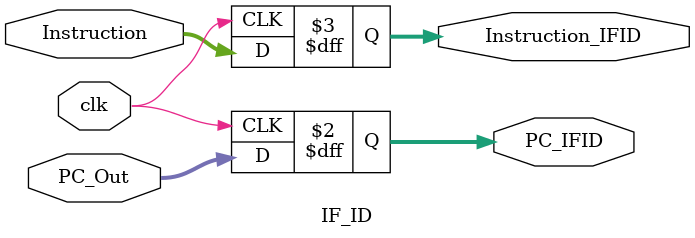
<source format=v>
module IF_ID (
    input clk,
    input [63:0] PC_Out,
    input [31:0] Instruction,
    output reg [63:0] PC_IFID,
    output reg [31:0] Instruction_IFID
);
    always @(posedge clk) begin
        PC_IFID <= PC_Out;
        Instruction_IFID <= Instruction;
    end
endmodule
</source>
